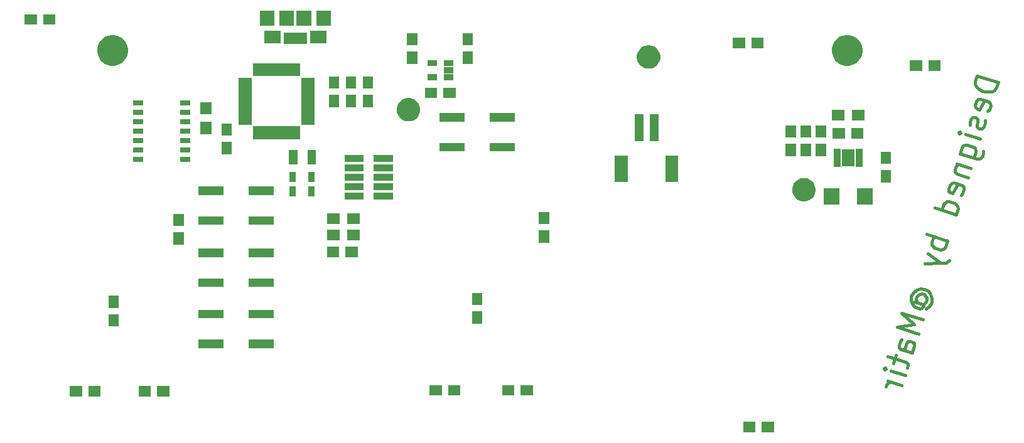
<source format=gbr>
G04 #@! TF.FileFunction,Soldermask,Bot*
%FSLAX46Y46*%
G04 Gerber Fmt 4.6, Leading zero omitted, Abs format (unit mm)*
G04 Created by KiCad (PCBNEW 4.0.4+e1-6308~48~ubuntu14.04.1-stable) date Tue May 30 18:39:02 2017*
%MOMM*%
%LPD*%
G01*
G04 APERTURE LIST*
%ADD10C,0.100000*%
%ADD11C,0.400000*%
G04 APERTURE END LIST*
D10*
D11*
X171457764Y-37340590D02*
X168598192Y-36433480D01*
X168382214Y-37114330D01*
X168388797Y-37566036D01*
X168574745Y-37924768D01*
X168803891Y-38147329D01*
X169305375Y-38456282D01*
X169713886Y-38585869D01*
X170301761Y-38622482D01*
X170617297Y-38572703D01*
X170976029Y-38386755D01*
X171241786Y-38021440D01*
X171457764Y-37340590D01*
X170068919Y-41246327D02*
X170291480Y-41017183D01*
X170464263Y-40472502D01*
X170414485Y-40156966D01*
X170185340Y-39934405D01*
X169095979Y-39588839D01*
X168780443Y-39638618D01*
X168557882Y-39867762D01*
X168385099Y-40412443D01*
X168434878Y-40727978D01*
X168664022Y-40950540D01*
X168936363Y-41036931D01*
X169640660Y-39761622D01*
X169680158Y-42471858D02*
X169729936Y-42787394D01*
X169557154Y-43332074D01*
X169334592Y-43561219D01*
X169019056Y-43610997D01*
X168882886Y-43567802D01*
X168653741Y-43345240D01*
X168603963Y-43029704D01*
X168733550Y-42621194D01*
X168683771Y-42305658D01*
X168454626Y-42083097D01*
X168318456Y-42039901D01*
X168002921Y-42089680D01*
X167780359Y-42318824D01*
X167650772Y-42727334D01*
X167700551Y-43042871D01*
X169038805Y-44966115D02*
X167132424Y-44361375D01*
X166179233Y-44059006D02*
X166358599Y-43966031D01*
X166451573Y-44145397D01*
X166272208Y-44238371D01*
X166179233Y-44059006D01*
X166451573Y-44145397D01*
X166311706Y-46948607D02*
X168626597Y-47682933D01*
X168942134Y-47633155D01*
X169121499Y-47540181D01*
X169344061Y-47311035D01*
X169473648Y-46902526D01*
X169423869Y-46586990D01*
X168081917Y-47510151D02*
X168304478Y-47281006D01*
X168477261Y-46736326D01*
X168427483Y-46420790D01*
X168334508Y-46241424D01*
X168105363Y-46018863D01*
X167288343Y-45759689D01*
X166972807Y-45809467D01*
X166793441Y-45902442D01*
X166570880Y-46131586D01*
X166398097Y-46676267D01*
X166447876Y-46991802D01*
X165879749Y-48310308D02*
X167786130Y-48915048D01*
X166152089Y-48396699D02*
X165972723Y-48489674D01*
X165750162Y-48718818D01*
X165620574Y-49127329D01*
X165670353Y-49442864D01*
X165899497Y-49665426D01*
X167397369Y-50140578D01*
X166483676Y-52548445D02*
X166706237Y-52319301D01*
X166879020Y-51774620D01*
X166829242Y-51459084D01*
X166600096Y-51236523D01*
X165510736Y-50890957D01*
X165195200Y-50940736D01*
X164972639Y-51169880D01*
X164799856Y-51714561D01*
X164849635Y-52030096D01*
X165078779Y-52252658D01*
X165351120Y-52339049D01*
X166055417Y-51063740D01*
X165799128Y-55178873D02*
X162939556Y-54271763D01*
X165662958Y-55135677D02*
X165885519Y-54906533D01*
X166058302Y-54361852D01*
X166008523Y-54046316D01*
X165915549Y-53866951D01*
X165686404Y-53644389D01*
X164869383Y-53385215D01*
X164553848Y-53434994D01*
X164374482Y-53527968D01*
X164151921Y-53757112D01*
X163979138Y-54301793D01*
X164028916Y-54617329D01*
X164676039Y-58719295D02*
X161816467Y-57812186D01*
X162905828Y-58157751D02*
X162683267Y-58386896D01*
X162510484Y-58931576D01*
X162560263Y-59247112D01*
X162653237Y-59426478D01*
X162882381Y-59649039D01*
X163699402Y-59908213D01*
X164014938Y-59858435D01*
X164194304Y-59765460D01*
X164416865Y-59536316D01*
X164589648Y-58991635D01*
X164539870Y-58676100D01*
X162035331Y-60429447D02*
X163725734Y-61715037D01*
X161603374Y-61791148D02*
X163725734Y-61715037D01*
X164492976Y-61658676D01*
X164672342Y-61565702D01*
X164894903Y-61336556D01*
X160549813Y-67002224D02*
X160456839Y-66822858D01*
X160407061Y-66507322D01*
X160493452Y-66234982D01*
X160716013Y-66005838D01*
X160895379Y-65912863D01*
X161210916Y-65863084D01*
X161483256Y-65949476D01*
X161712400Y-66172037D01*
X161805374Y-66351403D01*
X161855153Y-66666939D01*
X161768762Y-66939279D01*
X161546200Y-67168423D01*
X161366834Y-67261398D01*
X160277473Y-66915833D02*
X161366834Y-67261398D01*
X161459808Y-67440764D01*
X161416613Y-67576934D01*
X161194051Y-67806078D01*
X160878516Y-67855857D01*
X160197665Y-67639878D01*
X159875547Y-67237951D01*
X159732794Y-66743050D01*
X159769406Y-66155174D01*
X160078359Y-65653689D01*
X160480286Y-65331570D01*
X160975187Y-65188817D01*
X161563064Y-65225430D01*
X162064548Y-65534383D01*
X162386668Y-65936310D01*
X162529421Y-66431211D01*
X162492808Y-67019088D01*
X162183855Y-67520573D01*
X161781928Y-67842691D01*
X161306775Y-69340563D02*
X158447203Y-68433453D01*
X160187384Y-70034579D01*
X157842463Y-70339834D01*
X160702035Y-71246944D01*
X159881317Y-73834175D02*
X158383446Y-73359022D01*
X158154301Y-73136461D01*
X158104523Y-72820925D01*
X158277306Y-72276245D01*
X158499867Y-72047100D01*
X159745147Y-73790980D02*
X159967709Y-73561835D01*
X160183687Y-72880984D01*
X160133908Y-72565449D01*
X159904763Y-72342887D01*
X159632423Y-72256496D01*
X159316888Y-72306275D01*
X159094326Y-72535419D01*
X158878348Y-73216270D01*
X158655787Y-73445414D01*
X157672566Y-74182626D02*
X157327000Y-75271987D01*
X156589788Y-74288767D02*
X159040849Y-75066289D01*
X159269994Y-75288851D01*
X159319773Y-75604387D01*
X159233382Y-75876726D01*
X158931012Y-76829918D02*
X157024630Y-76225178D01*
X156071440Y-75922808D02*
X156250805Y-75829834D01*
X156343779Y-76009200D01*
X156164414Y-76102174D01*
X156071440Y-75922808D01*
X156343779Y-76009200D01*
X158499055Y-78191619D02*
X156592673Y-77586879D01*
X157137353Y-77759661D02*
X156821818Y-77809440D01*
X156642452Y-77902414D01*
X156419891Y-78131559D01*
X156333499Y-78403900D01*
D10*
G36*
X141268200Y-84521200D02*
X139615800Y-84521200D01*
X139615800Y-83118800D01*
X141268200Y-83118800D01*
X141268200Y-84521200D01*
X141268200Y-84521200D01*
G37*
G36*
X138768200Y-84521200D02*
X137115800Y-84521200D01*
X137115800Y-83118800D01*
X138768200Y-83118800D01*
X138768200Y-84521200D01*
X138768200Y-84521200D01*
G37*
G36*
X57234200Y-79695200D02*
X55581800Y-79695200D01*
X55581800Y-78292800D01*
X57234200Y-78292800D01*
X57234200Y-79695200D01*
X57234200Y-79695200D01*
G37*
G36*
X59734200Y-79695200D02*
X58081800Y-79695200D01*
X58081800Y-78292800D01*
X59734200Y-78292800D01*
X59734200Y-79695200D01*
X59734200Y-79695200D01*
G37*
G36*
X47963200Y-79695200D02*
X46310800Y-79695200D01*
X46310800Y-78292800D01*
X47963200Y-78292800D01*
X47963200Y-79695200D01*
X47963200Y-79695200D01*
G37*
G36*
X50463200Y-79695200D02*
X48810800Y-79695200D01*
X48810800Y-78292800D01*
X50463200Y-78292800D01*
X50463200Y-79695200D01*
X50463200Y-79695200D01*
G37*
G36*
X96477200Y-79568200D02*
X94824800Y-79568200D01*
X94824800Y-78165800D01*
X96477200Y-78165800D01*
X96477200Y-79568200D01*
X96477200Y-79568200D01*
G37*
G36*
X106256200Y-79568200D02*
X104603800Y-79568200D01*
X104603800Y-78165800D01*
X106256200Y-78165800D01*
X106256200Y-79568200D01*
X106256200Y-79568200D01*
G37*
G36*
X108756200Y-79568200D02*
X107103800Y-79568200D01*
X107103800Y-78165800D01*
X108756200Y-78165800D01*
X108756200Y-79568200D01*
X108756200Y-79568200D01*
G37*
G36*
X98977200Y-79568200D02*
X97324800Y-79568200D01*
X97324800Y-78165800D01*
X98977200Y-78165800D01*
X98977200Y-79568200D01*
X98977200Y-79568200D01*
G37*
G36*
X66983200Y-73188200D02*
X63630800Y-73188200D01*
X63630800Y-72035800D01*
X66983200Y-72035800D01*
X66983200Y-73188200D01*
X66983200Y-73188200D01*
G37*
G36*
X73783200Y-73188200D02*
X70430800Y-73188200D01*
X70430800Y-72035800D01*
X73783200Y-72035800D01*
X73783200Y-73188200D01*
X73783200Y-73188200D01*
G37*
G36*
X52898200Y-70275200D02*
X51495800Y-70275200D01*
X51495800Y-68622800D01*
X52898200Y-68622800D01*
X52898200Y-70275200D01*
X52898200Y-70275200D01*
G37*
G36*
X101920200Y-69894200D02*
X100517800Y-69894200D01*
X100517800Y-68241800D01*
X101920200Y-68241800D01*
X101920200Y-69894200D01*
X101920200Y-69894200D01*
G37*
G36*
X73783200Y-69188200D02*
X70430800Y-69188200D01*
X70430800Y-68035800D01*
X73783200Y-68035800D01*
X73783200Y-69188200D01*
X73783200Y-69188200D01*
G37*
G36*
X66983200Y-69188200D02*
X63630800Y-69188200D01*
X63630800Y-68035800D01*
X66983200Y-68035800D01*
X66983200Y-69188200D01*
X66983200Y-69188200D01*
G37*
G36*
X52898200Y-67775200D02*
X51495800Y-67775200D01*
X51495800Y-66122800D01*
X52898200Y-66122800D01*
X52898200Y-67775200D01*
X52898200Y-67775200D01*
G37*
G36*
X101920200Y-67394200D02*
X100517800Y-67394200D01*
X100517800Y-65741800D01*
X101920200Y-65741800D01*
X101920200Y-67394200D01*
X101920200Y-67394200D01*
G37*
G36*
X66983200Y-64933200D02*
X63630800Y-64933200D01*
X63630800Y-63780800D01*
X66983200Y-63780800D01*
X66983200Y-64933200D01*
X66983200Y-64933200D01*
G37*
G36*
X73783200Y-64933200D02*
X70430800Y-64933200D01*
X70430800Y-63780800D01*
X73783200Y-63780800D01*
X73783200Y-64933200D01*
X73783200Y-64933200D01*
G37*
G36*
X66983200Y-60933200D02*
X63630800Y-60933200D01*
X63630800Y-59780800D01*
X66983200Y-59780800D01*
X66983200Y-60933200D01*
X66983200Y-60933200D01*
G37*
G36*
X73783200Y-60933200D02*
X70430800Y-60933200D01*
X70430800Y-59780800D01*
X73783200Y-59780800D01*
X73783200Y-60933200D01*
X73783200Y-60933200D01*
G37*
G36*
X82634200Y-60899200D02*
X80981800Y-60899200D01*
X80981800Y-59496800D01*
X82634200Y-59496800D01*
X82634200Y-60899200D01*
X82634200Y-60899200D01*
G37*
G36*
X85134200Y-60899200D02*
X83481800Y-60899200D01*
X83481800Y-59496800D01*
X85134200Y-59496800D01*
X85134200Y-60899200D01*
X85134200Y-60899200D01*
G37*
G36*
X61661200Y-59226200D02*
X60258800Y-59226200D01*
X60258800Y-57573800D01*
X61661200Y-57573800D01*
X61661200Y-59226200D01*
X61661200Y-59226200D01*
G37*
G36*
X110937200Y-58972200D02*
X109534800Y-58972200D01*
X109534800Y-57319800D01*
X110937200Y-57319800D01*
X110937200Y-58972200D01*
X110937200Y-58972200D01*
G37*
G36*
X82661200Y-58638200D02*
X81008800Y-58638200D01*
X81008800Y-57185800D01*
X82661200Y-57185800D01*
X82661200Y-58638200D01*
X82661200Y-58638200D01*
G37*
G36*
X85361200Y-58638200D02*
X83708800Y-58638200D01*
X83708800Y-57185800D01*
X85361200Y-57185800D01*
X85361200Y-58638200D01*
X85361200Y-58638200D01*
G37*
G36*
X61661200Y-56726200D02*
X60258800Y-56726200D01*
X60258800Y-55073800D01*
X61661200Y-55073800D01*
X61661200Y-56726200D01*
X61661200Y-56726200D01*
G37*
G36*
X66983200Y-56551200D02*
X63630800Y-56551200D01*
X63630800Y-55398800D01*
X66983200Y-55398800D01*
X66983200Y-56551200D01*
X66983200Y-56551200D01*
G37*
G36*
X73783200Y-56551200D02*
X70430800Y-56551200D01*
X70430800Y-55398800D01*
X73783200Y-55398800D01*
X73783200Y-56551200D01*
X73783200Y-56551200D01*
G37*
G36*
X85361200Y-56479200D02*
X83708800Y-56479200D01*
X83708800Y-55026800D01*
X85361200Y-55026800D01*
X85361200Y-56479200D01*
X85361200Y-56479200D01*
G37*
G36*
X82661200Y-56479200D02*
X81008800Y-56479200D01*
X81008800Y-55026800D01*
X82661200Y-55026800D01*
X82661200Y-56479200D01*
X82661200Y-56479200D01*
G37*
G36*
X110937200Y-56472200D02*
X109534800Y-56472200D01*
X109534800Y-54819800D01*
X110937200Y-54819800D01*
X110937200Y-56472200D01*
X110937200Y-56472200D01*
G37*
G36*
X150083200Y-53781200D02*
X147930800Y-53781200D01*
X147930800Y-51628800D01*
X150083200Y-51628800D01*
X150083200Y-53781200D01*
X150083200Y-53781200D01*
G37*
G36*
X154583200Y-53781200D02*
X152430800Y-53781200D01*
X152430800Y-51628800D01*
X154583200Y-51628800D01*
X154583200Y-53781200D01*
X154583200Y-53781200D01*
G37*
G36*
X145453559Y-50240848D02*
X145756347Y-50303002D01*
X146041310Y-50422789D01*
X146297572Y-50595640D01*
X146515380Y-50814974D01*
X146686436Y-51072436D01*
X146804229Y-51358221D01*
X146864199Y-51661096D01*
X146864268Y-51661446D01*
X146859338Y-52014506D01*
X146859261Y-52014844D01*
X146859261Y-52014853D01*
X146790856Y-52315937D01*
X146665132Y-52598318D01*
X146486950Y-52850906D01*
X146263102Y-53064074D01*
X146002113Y-53229703D01*
X145713920Y-53341485D01*
X145409512Y-53395161D01*
X145100469Y-53388687D01*
X144798569Y-53322310D01*
X144515312Y-53198558D01*
X144261494Y-53022150D01*
X144046764Y-52799790D01*
X143879318Y-52539965D01*
X143765525Y-52252558D01*
X143709727Y-51948534D01*
X143714042Y-51639454D01*
X143778310Y-51337097D01*
X143900080Y-51052985D01*
X144074717Y-50797935D01*
X144295566Y-50581663D01*
X144554219Y-50412406D01*
X144840821Y-50296610D01*
X145144451Y-50238690D01*
X145453559Y-50240848D01*
X145453559Y-50240848D01*
G37*
G36*
X89840200Y-53156200D02*
X87287800Y-53156200D01*
X87287800Y-52253800D01*
X89840200Y-52253800D01*
X89840200Y-53156200D01*
X89840200Y-53156200D01*
G37*
G36*
X85940200Y-53156200D02*
X83387800Y-53156200D01*
X83387800Y-52253800D01*
X85940200Y-52253800D01*
X85940200Y-53156200D01*
X85940200Y-53156200D01*
G37*
G36*
X79318200Y-52680200D02*
X78415800Y-52680200D01*
X78415800Y-51327800D01*
X79318200Y-51327800D01*
X79318200Y-52680200D01*
X79318200Y-52680200D01*
G37*
G36*
X76778200Y-52680200D02*
X75875800Y-52680200D01*
X75875800Y-51327800D01*
X76778200Y-51327800D01*
X76778200Y-52680200D01*
X76778200Y-52680200D01*
G37*
G36*
X66983200Y-52551200D02*
X63630800Y-52551200D01*
X63630800Y-51398800D01*
X66983200Y-51398800D01*
X66983200Y-52551200D01*
X66983200Y-52551200D01*
G37*
G36*
X73783200Y-52551200D02*
X70430800Y-52551200D01*
X70430800Y-51398800D01*
X73783200Y-51398800D01*
X73783200Y-52551200D01*
X73783200Y-52551200D01*
G37*
G36*
X89840200Y-51886200D02*
X87287800Y-51886200D01*
X87287800Y-50983800D01*
X89840200Y-50983800D01*
X89840200Y-51886200D01*
X89840200Y-51886200D01*
G37*
G36*
X85940200Y-51886200D02*
X83387800Y-51886200D01*
X83387800Y-50983800D01*
X85940200Y-50983800D01*
X85940200Y-51886200D01*
X85940200Y-51886200D01*
G37*
G36*
X157038200Y-50844200D02*
X155635800Y-50844200D01*
X155635800Y-49191800D01*
X157038200Y-49191800D01*
X157038200Y-50844200D01*
X157038200Y-50844200D01*
G37*
G36*
X79318200Y-50780200D02*
X78415800Y-50780200D01*
X78415800Y-49427800D01*
X79318200Y-49427800D01*
X79318200Y-50780200D01*
X79318200Y-50780200D01*
G37*
G36*
X76778200Y-50780200D02*
X75875800Y-50780200D01*
X75875800Y-49427800D01*
X76778200Y-49427800D01*
X76778200Y-50780200D01*
X76778200Y-50780200D01*
G37*
G36*
X128355200Y-50779200D02*
X126602800Y-50779200D01*
X126602800Y-47226800D01*
X128355200Y-47226800D01*
X128355200Y-50779200D01*
X128355200Y-50779200D01*
G37*
G36*
X121555200Y-50779200D02*
X119802800Y-50779200D01*
X119802800Y-47226800D01*
X121555200Y-47226800D01*
X121555200Y-50779200D01*
X121555200Y-50779200D01*
G37*
G36*
X85940200Y-50616200D02*
X83387800Y-50616200D01*
X83387800Y-49713800D01*
X85940200Y-49713800D01*
X85940200Y-50616200D01*
X85940200Y-50616200D01*
G37*
G36*
X89840200Y-50616200D02*
X87287800Y-50616200D01*
X87287800Y-49713800D01*
X89840200Y-49713800D01*
X89840200Y-50616200D01*
X89840200Y-50616200D01*
G37*
G36*
X89840200Y-49346200D02*
X87287800Y-49346200D01*
X87287800Y-48443800D01*
X89840200Y-48443800D01*
X89840200Y-49346200D01*
X89840200Y-49346200D01*
G37*
G36*
X85940200Y-49346200D02*
X83387800Y-49346200D01*
X83387800Y-48443800D01*
X85940200Y-48443800D01*
X85940200Y-49346200D01*
X85940200Y-49346200D01*
G37*
G36*
X150270700Y-48714200D02*
X149318300Y-48714200D01*
X149318300Y-46281800D01*
X150270700Y-46281800D01*
X150270700Y-48714200D01*
X150270700Y-48714200D01*
G37*
G36*
X153195700Y-48714200D02*
X152243300Y-48714200D01*
X152243300Y-46281800D01*
X153195700Y-46281800D01*
X153195700Y-48714200D01*
X153195700Y-48714200D01*
G37*
G36*
X152133200Y-48649200D02*
X150380800Y-48649200D01*
X150380800Y-46346800D01*
X152133200Y-46346800D01*
X152133200Y-48649200D01*
X152133200Y-48649200D01*
G37*
G36*
X76986700Y-48410700D02*
X75834300Y-48410700D01*
X75834300Y-46458300D01*
X76986700Y-46458300D01*
X76986700Y-48410700D01*
X76986700Y-48410700D01*
G37*
G36*
X79486700Y-48410700D02*
X78334300Y-48410700D01*
X78334300Y-46458300D01*
X79486700Y-46458300D01*
X79486700Y-48410700D01*
X79486700Y-48410700D01*
G37*
G36*
X157038200Y-48344200D02*
X155635800Y-48344200D01*
X155635800Y-46691800D01*
X157038200Y-46691800D01*
X157038200Y-48344200D01*
X157038200Y-48344200D01*
G37*
G36*
X62496700Y-48082200D02*
X61201300Y-48082200D01*
X61201300Y-47421800D01*
X62496700Y-47421800D01*
X62496700Y-48082200D01*
X62496700Y-48082200D01*
G37*
G36*
X56146700Y-48082200D02*
X54851300Y-48082200D01*
X54851300Y-47421800D01*
X56146700Y-47421800D01*
X56146700Y-48082200D01*
X56146700Y-48082200D01*
G37*
G36*
X85940200Y-48076200D02*
X83387800Y-48076200D01*
X83387800Y-47173800D01*
X85940200Y-47173800D01*
X85940200Y-48076200D01*
X85940200Y-48076200D01*
G37*
G36*
X89840200Y-48076200D02*
X87287800Y-48076200D01*
X87287800Y-47173800D01*
X89840200Y-47173800D01*
X89840200Y-48076200D01*
X89840200Y-48076200D01*
G37*
G36*
X146243200Y-47288200D02*
X144840800Y-47288200D01*
X144840800Y-45635800D01*
X146243200Y-45635800D01*
X146243200Y-47288200D01*
X146243200Y-47288200D01*
G37*
G36*
X148275200Y-47288200D02*
X146872800Y-47288200D01*
X146872800Y-45635800D01*
X148275200Y-45635800D01*
X148275200Y-47288200D01*
X148275200Y-47288200D01*
G37*
G36*
X144211200Y-47288200D02*
X142808800Y-47288200D01*
X142808800Y-45635800D01*
X144211200Y-45635800D01*
X144211200Y-47288200D01*
X144211200Y-47288200D01*
G37*
G36*
X68138200Y-47034200D02*
X66735800Y-47034200D01*
X66735800Y-45381800D01*
X68138200Y-45381800D01*
X68138200Y-47034200D01*
X68138200Y-47034200D01*
G37*
G36*
X62496700Y-46812200D02*
X61201300Y-46812200D01*
X61201300Y-46151800D01*
X62496700Y-46151800D01*
X62496700Y-46812200D01*
X62496700Y-46812200D01*
G37*
G36*
X56146700Y-46812200D02*
X54851300Y-46812200D01*
X54851300Y-46151800D01*
X56146700Y-46151800D01*
X56146700Y-46812200D01*
X56146700Y-46812200D01*
G37*
G36*
X99495200Y-46645200D02*
X96142800Y-46645200D01*
X96142800Y-45492800D01*
X99495200Y-45492800D01*
X99495200Y-46645200D01*
X99495200Y-46645200D01*
G37*
G36*
X106295200Y-46645200D02*
X102942800Y-46645200D01*
X102942800Y-45492800D01*
X106295200Y-45492800D01*
X106295200Y-46645200D01*
X106295200Y-46645200D01*
G37*
G36*
X56146700Y-45542200D02*
X54851300Y-45542200D01*
X54851300Y-44881800D01*
X56146700Y-44881800D01*
X56146700Y-45542200D01*
X56146700Y-45542200D01*
G37*
G36*
X62496700Y-45542200D02*
X61201300Y-45542200D01*
X61201300Y-44881800D01*
X62496700Y-44881800D01*
X62496700Y-45542200D01*
X62496700Y-45542200D01*
G37*
G36*
X123655200Y-45279200D02*
X122502800Y-45279200D01*
X122502800Y-41626800D01*
X123655200Y-41626800D01*
X123655200Y-45279200D01*
X123655200Y-45279200D01*
G37*
G36*
X125655200Y-45279200D02*
X124502800Y-45279200D01*
X124502800Y-41626800D01*
X125655200Y-41626800D01*
X125655200Y-45279200D01*
X125655200Y-45279200D01*
G37*
G36*
X77319200Y-45004200D02*
X71016800Y-45004200D01*
X71016800Y-43251800D01*
X77319200Y-43251800D01*
X77319200Y-45004200D01*
X77319200Y-45004200D01*
G37*
G36*
X153333200Y-44897200D02*
X151680800Y-44897200D01*
X151680800Y-43494800D01*
X153333200Y-43494800D01*
X153333200Y-44897200D01*
X153333200Y-44897200D01*
G37*
G36*
X150833200Y-44897200D02*
X149180800Y-44897200D01*
X149180800Y-43494800D01*
X150833200Y-43494800D01*
X150833200Y-44897200D01*
X150833200Y-44897200D01*
G37*
G36*
X144211200Y-44788200D02*
X142808800Y-44788200D01*
X142808800Y-43135800D01*
X144211200Y-43135800D01*
X144211200Y-44788200D01*
X144211200Y-44788200D01*
G37*
G36*
X146243200Y-44788200D02*
X144840800Y-44788200D01*
X144840800Y-43135800D01*
X146243200Y-43135800D01*
X146243200Y-44788200D01*
X146243200Y-44788200D01*
G37*
G36*
X148275200Y-44788200D02*
X146872800Y-44788200D01*
X146872800Y-43135800D01*
X148275200Y-43135800D01*
X148275200Y-44788200D01*
X148275200Y-44788200D01*
G37*
G36*
X68138200Y-44534200D02*
X66735800Y-44534200D01*
X66735800Y-42881800D01*
X68138200Y-42881800D01*
X68138200Y-44534200D01*
X68138200Y-44534200D01*
G37*
G36*
X65369200Y-44340200D02*
X63916800Y-44340200D01*
X63916800Y-42687800D01*
X65369200Y-42687800D01*
X65369200Y-44340200D01*
X65369200Y-44340200D01*
G37*
G36*
X62496700Y-44272200D02*
X61201300Y-44272200D01*
X61201300Y-43611800D01*
X62496700Y-43611800D01*
X62496700Y-44272200D01*
X62496700Y-44272200D01*
G37*
G36*
X56146700Y-44272200D02*
X54851300Y-44272200D01*
X54851300Y-43611800D01*
X56146700Y-43611800D01*
X56146700Y-44272200D01*
X56146700Y-44272200D01*
G37*
G36*
X79294200Y-43029200D02*
X77541800Y-43029200D01*
X77541800Y-36726800D01*
X79294200Y-36726800D01*
X79294200Y-43029200D01*
X79294200Y-43029200D01*
G37*
G36*
X70794200Y-43029200D02*
X69041800Y-43029200D01*
X69041800Y-36726800D01*
X70794200Y-36726800D01*
X70794200Y-43029200D01*
X70794200Y-43029200D01*
G37*
G36*
X62496700Y-43002200D02*
X61201300Y-43002200D01*
X61201300Y-42341800D01*
X62496700Y-42341800D01*
X62496700Y-43002200D01*
X62496700Y-43002200D01*
G37*
G36*
X56146700Y-43002200D02*
X54851300Y-43002200D01*
X54851300Y-42341800D01*
X56146700Y-42341800D01*
X56146700Y-43002200D01*
X56146700Y-43002200D01*
G37*
G36*
X99495200Y-42645200D02*
X96142800Y-42645200D01*
X96142800Y-41492800D01*
X99495200Y-41492800D01*
X99495200Y-42645200D01*
X99495200Y-42645200D01*
G37*
G36*
X106295200Y-42645200D02*
X102942800Y-42645200D01*
X102942800Y-41492800D01*
X106295200Y-41492800D01*
X106295200Y-42645200D01*
X106295200Y-42645200D01*
G37*
G36*
X92113559Y-39445848D02*
X92416347Y-39508002D01*
X92701310Y-39627789D01*
X92957572Y-39800640D01*
X93175380Y-40019974D01*
X93346436Y-40277436D01*
X93464229Y-40563221D01*
X93524199Y-40866096D01*
X93524268Y-40866446D01*
X93519338Y-41219506D01*
X93519261Y-41219844D01*
X93519261Y-41219853D01*
X93450856Y-41520937D01*
X93325132Y-41803318D01*
X93146950Y-42055906D01*
X92923102Y-42269074D01*
X92662113Y-42434703D01*
X92373920Y-42546485D01*
X92069512Y-42600161D01*
X91760469Y-42593687D01*
X91458569Y-42527310D01*
X91175312Y-42403558D01*
X90921494Y-42227150D01*
X90706764Y-42004790D01*
X90539318Y-41744965D01*
X90425525Y-41457558D01*
X90369727Y-41153534D01*
X90374042Y-40844454D01*
X90438310Y-40542097D01*
X90560080Y-40257985D01*
X90734717Y-40002935D01*
X90955566Y-39786663D01*
X91214219Y-39617406D01*
X91500821Y-39501610D01*
X91804451Y-39443690D01*
X92113559Y-39445848D01*
X92113559Y-39445848D01*
G37*
G36*
X153433200Y-42509200D02*
X151780800Y-42509200D01*
X151780800Y-41056800D01*
X153433200Y-41056800D01*
X153433200Y-42509200D01*
X153433200Y-42509200D01*
G37*
G36*
X150733200Y-42509200D02*
X149080800Y-42509200D01*
X149080800Y-41056800D01*
X150733200Y-41056800D01*
X150733200Y-42509200D01*
X150733200Y-42509200D01*
G37*
G36*
X56146700Y-41732200D02*
X54851300Y-41732200D01*
X54851300Y-41071800D01*
X56146700Y-41071800D01*
X56146700Y-41732200D01*
X56146700Y-41732200D01*
G37*
G36*
X62496700Y-41732200D02*
X61201300Y-41732200D01*
X61201300Y-41071800D01*
X62496700Y-41071800D01*
X62496700Y-41732200D01*
X62496700Y-41732200D01*
G37*
G36*
X65369200Y-41640200D02*
X63916800Y-41640200D01*
X63916800Y-39987800D01*
X65369200Y-39987800D01*
X65369200Y-41640200D01*
X65369200Y-41640200D01*
G37*
G36*
X87188200Y-40684200D02*
X85785800Y-40684200D01*
X85785800Y-39031800D01*
X87188200Y-39031800D01*
X87188200Y-40684200D01*
X87188200Y-40684200D01*
G37*
G36*
X82616200Y-40684200D02*
X81213800Y-40684200D01*
X81213800Y-39031800D01*
X82616200Y-39031800D01*
X82616200Y-40684200D01*
X82616200Y-40684200D01*
G37*
G36*
X84902200Y-40684200D02*
X83499800Y-40684200D01*
X83499800Y-39031800D01*
X84902200Y-39031800D01*
X84902200Y-40684200D01*
X84902200Y-40684200D01*
G37*
G36*
X56146700Y-40462200D02*
X54851300Y-40462200D01*
X54851300Y-39801800D01*
X56146700Y-39801800D01*
X56146700Y-40462200D01*
X56146700Y-40462200D01*
G37*
G36*
X62496700Y-40462200D02*
X61201300Y-40462200D01*
X61201300Y-39801800D01*
X62496700Y-39801800D01*
X62496700Y-40462200D01*
X62496700Y-40462200D01*
G37*
G36*
X95842200Y-39436200D02*
X94189800Y-39436200D01*
X94189800Y-38033800D01*
X95842200Y-38033800D01*
X95842200Y-39436200D01*
X95842200Y-39436200D01*
G37*
G36*
X98342200Y-39436200D02*
X96689800Y-39436200D01*
X96689800Y-38033800D01*
X98342200Y-38033800D01*
X98342200Y-39436200D01*
X98342200Y-39436200D01*
G37*
G36*
X87188200Y-38184200D02*
X85785800Y-38184200D01*
X85785800Y-36531800D01*
X87188200Y-36531800D01*
X87188200Y-38184200D01*
X87188200Y-38184200D01*
G37*
G36*
X84902200Y-38184200D02*
X83499800Y-38184200D01*
X83499800Y-36531800D01*
X84902200Y-36531800D01*
X84902200Y-38184200D01*
X84902200Y-38184200D01*
G37*
G36*
X82616200Y-38184200D02*
X81213800Y-38184200D01*
X81213800Y-36531800D01*
X82616200Y-36531800D01*
X82616200Y-38184200D01*
X82616200Y-38184200D01*
G37*
G36*
X97972200Y-37038200D02*
X96759800Y-37038200D01*
X96759800Y-36235800D01*
X97972200Y-36235800D01*
X97972200Y-37038200D01*
X97972200Y-37038200D01*
G37*
G36*
X95772200Y-37038200D02*
X94559800Y-37038200D01*
X94559800Y-36235800D01*
X95772200Y-36235800D01*
X95772200Y-37038200D01*
X95772200Y-37038200D01*
G37*
G36*
X77319200Y-36504200D02*
X71016800Y-36504200D01*
X71016800Y-34751800D01*
X77319200Y-34751800D01*
X77319200Y-36504200D01*
X77319200Y-36504200D01*
G37*
G36*
X97972200Y-36088200D02*
X96759800Y-36088200D01*
X96759800Y-35285800D01*
X97972200Y-35285800D01*
X97972200Y-36088200D01*
X97972200Y-36088200D01*
G37*
G36*
X161247200Y-35753200D02*
X159594800Y-35753200D01*
X159594800Y-34350800D01*
X161247200Y-34350800D01*
X161247200Y-35753200D01*
X161247200Y-35753200D01*
G37*
G36*
X163747200Y-35753200D02*
X162094800Y-35753200D01*
X162094800Y-34350800D01*
X163747200Y-34350800D01*
X163747200Y-35753200D01*
X163747200Y-35753200D01*
G37*
G36*
X124498559Y-32333848D02*
X124801347Y-32396002D01*
X125086310Y-32515789D01*
X125342572Y-32688640D01*
X125560380Y-32907974D01*
X125731436Y-33165436D01*
X125849229Y-33451221D01*
X125909199Y-33754096D01*
X125909268Y-33754446D01*
X125904338Y-34107506D01*
X125904261Y-34107844D01*
X125904261Y-34107853D01*
X125835856Y-34408937D01*
X125710132Y-34691318D01*
X125531950Y-34943906D01*
X125308102Y-35157074D01*
X125047113Y-35322703D01*
X124758920Y-35434485D01*
X124454512Y-35488161D01*
X124145469Y-35481687D01*
X123843569Y-35415310D01*
X123560312Y-35291558D01*
X123306494Y-35115150D01*
X123091764Y-34892790D01*
X122924318Y-34632965D01*
X122810525Y-34345558D01*
X122754727Y-34041534D01*
X122759042Y-33732454D01*
X122823310Y-33430097D01*
X122945080Y-33145985D01*
X123119717Y-32890935D01*
X123340566Y-32674663D01*
X123599219Y-32505406D01*
X123885821Y-32389610D01*
X124189451Y-32331690D01*
X124498559Y-32333848D01*
X124498559Y-32333848D01*
G37*
G36*
X97972200Y-35138200D02*
X96759800Y-35138200D01*
X96759800Y-34335800D01*
X97972200Y-34335800D01*
X97972200Y-35138200D01*
X97972200Y-35138200D01*
G37*
G36*
X95772200Y-35138200D02*
X94559800Y-35138200D01*
X94559800Y-34335800D01*
X95772200Y-34335800D01*
X95772200Y-35138200D01*
X95772200Y-35138200D01*
G37*
G36*
X151348076Y-30945180D02*
X151746916Y-31027051D01*
X152122273Y-31184836D01*
X152459826Y-31412519D01*
X152746728Y-31701430D01*
X152972047Y-32040564D01*
X153127205Y-32417006D01*
X153206222Y-32816069D01*
X153206222Y-32816079D01*
X153206289Y-32816418D01*
X153199795Y-33281476D01*
X153199719Y-33281810D01*
X153199719Y-33281823D01*
X153109590Y-33678525D01*
X152943984Y-34050484D01*
X152709279Y-34383197D01*
X152414422Y-34663986D01*
X152070643Y-34882156D01*
X151691031Y-35029397D01*
X151290057Y-35100100D01*
X150882980Y-35091572D01*
X150485312Y-35004139D01*
X150112201Y-34841131D01*
X149777863Y-34608760D01*
X149495022Y-34315870D01*
X149274458Y-33973620D01*
X149124568Y-33595044D01*
X149051069Y-33194575D01*
X149056753Y-32787449D01*
X149141408Y-32389180D01*
X149301806Y-32014943D01*
X149531841Y-31678985D01*
X149822748Y-31394108D01*
X150163450Y-31171159D01*
X150540967Y-31018632D01*
X150940916Y-30942338D01*
X151348076Y-30945180D01*
X151348076Y-30945180D01*
G37*
G36*
X52288076Y-30945180D02*
X52686916Y-31027051D01*
X53062273Y-31184836D01*
X53399826Y-31412519D01*
X53686728Y-31701430D01*
X53912047Y-32040564D01*
X54067205Y-32417006D01*
X54146222Y-32816069D01*
X54146222Y-32816079D01*
X54146289Y-32816418D01*
X54139795Y-33281476D01*
X54139719Y-33281810D01*
X54139719Y-33281823D01*
X54049590Y-33678525D01*
X53883984Y-34050484D01*
X53649279Y-34383197D01*
X53354422Y-34663986D01*
X53010643Y-34882156D01*
X52631031Y-35029397D01*
X52230057Y-35100100D01*
X51822980Y-35091572D01*
X51425312Y-35004139D01*
X51052201Y-34841131D01*
X50717863Y-34608760D01*
X50435022Y-34315870D01*
X50214458Y-33973620D01*
X50064568Y-33595044D01*
X49991069Y-33194575D01*
X49996753Y-32787449D01*
X50081408Y-32389180D01*
X50241806Y-32014943D01*
X50471841Y-31678985D01*
X50762748Y-31394108D01*
X51103450Y-31171159D01*
X51480967Y-31018632D01*
X51880916Y-30942338D01*
X52288076Y-30945180D01*
X52288076Y-30945180D01*
G37*
G36*
X93157200Y-34842200D02*
X91754800Y-34842200D01*
X91754800Y-33189800D01*
X93157200Y-33189800D01*
X93157200Y-34842200D01*
X93157200Y-34842200D01*
G37*
G36*
X100650200Y-34842200D02*
X99247800Y-34842200D01*
X99247800Y-33189800D01*
X100650200Y-33189800D01*
X100650200Y-34842200D01*
X100650200Y-34842200D01*
G37*
G36*
X139871200Y-32705200D02*
X138218800Y-32705200D01*
X138218800Y-31302800D01*
X139871200Y-31302800D01*
X139871200Y-32705200D01*
X139871200Y-32705200D01*
G37*
G36*
X137371200Y-32705200D02*
X135718800Y-32705200D01*
X135718800Y-31302800D01*
X137371200Y-31302800D01*
X137371200Y-32705200D01*
X137371200Y-32705200D01*
G37*
G36*
X100650200Y-32342200D02*
X99247800Y-32342200D01*
X99247800Y-30689800D01*
X100650200Y-30689800D01*
X100650200Y-32342200D01*
X100650200Y-32342200D01*
G37*
G36*
X93157200Y-32342200D02*
X91754800Y-32342200D01*
X91754800Y-30689800D01*
X93157200Y-30689800D01*
X93157200Y-32342200D01*
X93157200Y-32342200D01*
G37*
G36*
X78284200Y-32120200D02*
X75131800Y-32120200D01*
X75131800Y-30617800D01*
X78284200Y-30617800D01*
X78284200Y-32120200D01*
X78284200Y-32120200D01*
G37*
G36*
X80934200Y-32095200D02*
X78681800Y-32095200D01*
X78681800Y-30342800D01*
X80934200Y-30342800D01*
X80934200Y-32095200D01*
X80934200Y-32095200D01*
G37*
G36*
X74734200Y-32095200D02*
X72481800Y-32095200D01*
X72481800Y-30342800D01*
X74734200Y-30342800D01*
X74734200Y-32095200D01*
X74734200Y-32095200D01*
G37*
G36*
X73884200Y-29720200D02*
X71931800Y-29720200D01*
X71931800Y-27667800D01*
X73884200Y-27667800D01*
X73884200Y-29720200D01*
X73884200Y-29720200D01*
G37*
G36*
X81484200Y-29720200D02*
X79531800Y-29720200D01*
X79531800Y-27667800D01*
X81484200Y-27667800D01*
X81484200Y-29720200D01*
X81484200Y-29720200D01*
G37*
G36*
X78834200Y-29720200D02*
X76881800Y-29720200D01*
X76881800Y-27667800D01*
X78834200Y-27667800D01*
X78834200Y-29720200D01*
X78834200Y-29720200D01*
G37*
G36*
X76534200Y-29720200D02*
X74581800Y-29720200D01*
X74581800Y-27667800D01*
X76534200Y-27667800D01*
X76534200Y-29720200D01*
X76534200Y-29720200D01*
G37*
G36*
X44367200Y-29530200D02*
X42714800Y-29530200D01*
X42714800Y-28127800D01*
X44367200Y-28127800D01*
X44367200Y-29530200D01*
X44367200Y-29530200D01*
G37*
G36*
X41867200Y-29530200D02*
X40214800Y-29530200D01*
X40214800Y-28127800D01*
X41867200Y-28127800D01*
X41867200Y-29530200D01*
X41867200Y-29530200D01*
G37*
M02*

</source>
